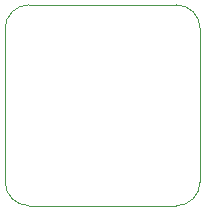
<source format=gbr>
G04 #@! TF.GenerationSoftware,KiCad,Pcbnew,5.1.4-e60b266~84~ubuntu16.04.1*
G04 #@! TF.CreationDate,2020-01-20T18:13:17+00:00*
G04 #@! TF.ProjectId,nas-mod-connector,6e61732d-6d6f-4642-9d63-6f6e6e656374,rev?*
G04 #@! TF.SameCoordinates,PX4db9760PY83d8710*
G04 #@! TF.FileFunction,Profile,NP*
%FSLAX46Y46*%
G04 Gerber Fmt 4.6, Leading zero omitted, Abs format (unit mm)*
G04 Created by KiCad (PCBNEW 5.1.4-e60b266~84~ubuntu16.04.1) date 2020-01-20 18:13:17*
%MOMM*%
%LPD*%
G04 APERTURE LIST*
%ADD10C,0.050000*%
G04 APERTURE END LIST*
D10*
X16500000Y15000000D02*
X16500000Y2000000D01*
X0Y2000000D02*
X0Y15000000D01*
X2000000Y0D02*
G75*
G02X0Y2000000I0J2000000D01*
G01*
X14500000Y17000000D02*
G75*
G02X16500000Y15000000I0J-2000000D01*
G01*
X16500000Y2000000D02*
G75*
G02X14500000Y0I-2000000J0D01*
G01*
X0Y15000000D02*
G75*
G02X2000000Y17000000I2000000J0D01*
G01*
X2000000Y0D02*
X14500000Y0D01*
X2000000Y17000000D02*
X14500000Y17000000D01*
M02*

</source>
